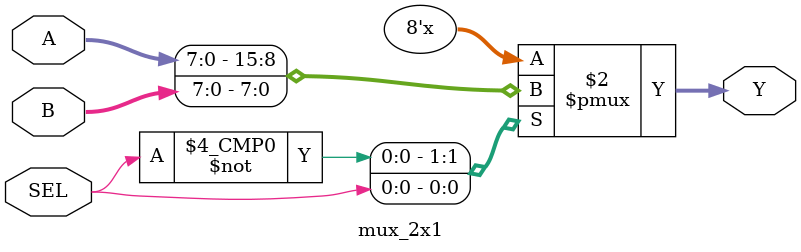
<source format=v>
module mux_2x1(               
  input [7:0]A, B, 
  input SEL,
  output reg [7:0]Y
);
  
  always @ (A, B, SEL)
    case (SEL)
      1'b0: Y <= A; // if sel is 0 select A input
      1'b1: Y <= B; // if sel is 1 select B input
      default: Y <= 8'b0;
    endcase
endmodule

</source>
